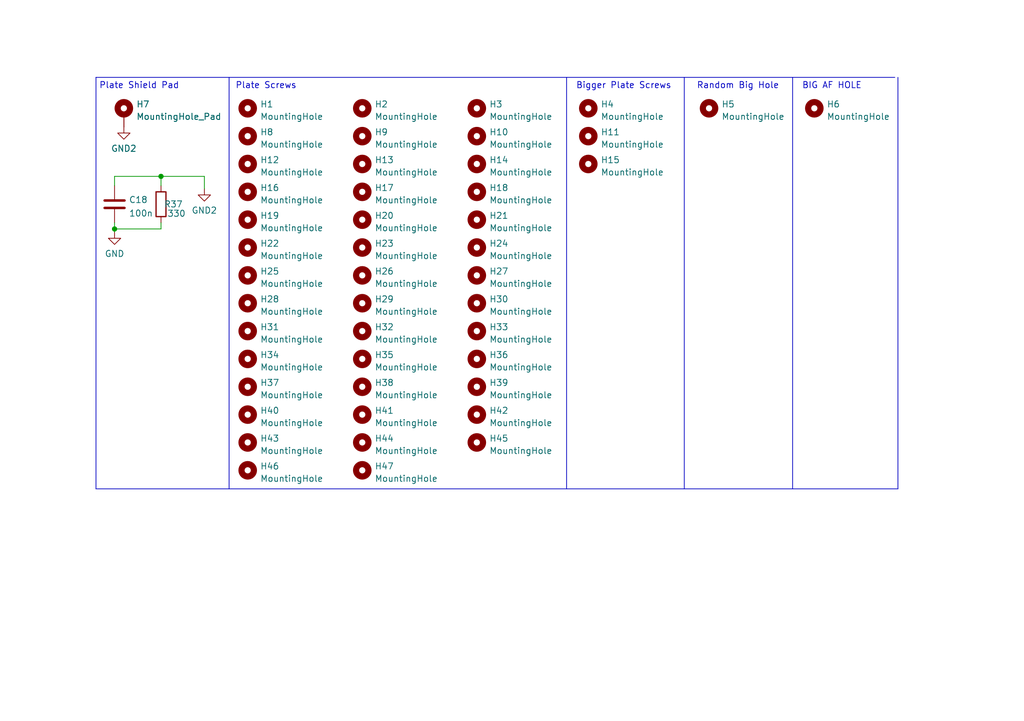
<source format=kicad_sch>
(kicad_sch (version 20231120) (generator "eeschema") (generator_version "8.0")
  (paper "A5")
  (title_block (title "CDS") (date "2023-11-17") (rev "1.0") (company "LU.SV Solutions") (comment 1 "Cipulot PCB Design") (comment 2 "Cipulot") (comment 3 "CC-BY-NC-SA-4.0"))
  (lib_symbols
    (symbol "Device:C" (pin_numbers hide) (pin_names (offset 0.254))
      (property "Reference" "C" (at 0.635 2.54 0))
      (property "Value" "C" (at 0.635 -2.54 0))
      (symbol "C_0_1"
        (polyline (pts (xy -2.032 -0.762) (xy 2.032 -0.762)) (stroke (width 0.508)))
        (polyline (pts (xy -2.032 0.762) (xy 2.032 0.762)) (stroke (width 0.508)))
      )
      (symbol "C_1_1"
        (pin passive line (at 0 3.81 270) (length 2.794) (name "~") (number "1"))
        (pin passive line (at 0 -3.81 90) (length 2.794) (name "~") (number "2"))
      )
    )
    (symbol "Device:R" (pin_numbers hide) (pin_names (offset 0))
      (property "Reference" "R" (at 2.032 0 90))
      (property "Value" "R" (at 0 0 90))
      (symbol "R_0_1"
        (rectangle (start -1.016 -2.54) (end 1.016 2.54) (stroke (width 0.254)))
      )
      (symbol "R_1_1"
        (pin passive line (at 0 3.81 270) (length 1.27) (name "~") (number "1"))
        (pin passive line (at 0 -3.81 90) (length 1.27) (name "~") (number "2"))
      )
    )
    (symbol "Mechanical:MountingHole" (pin_names (offset 1.016))
      (property "Reference" "H" (at 0 5.08 0))
      (property "Value" "MountingHole" (at 0 3.175 0))
      (symbol "MountingHole_0_1"
        (circle (center 0 0) (radius 1.27) (stroke (width 1.27)))
      )
    )
    (symbol "Mechanical:MountingHole_Pad" (pin_numbers hide) (pin_names (offset 1.016) hide)
      (property "Reference" "H" (at 0 6.35 0))
      (property "Value" "MountingHole_Pad" (at 0 4.445 0))
      (symbol "MountingHole_Pad_0_1"
        (circle (center 0 1.27) (radius 1.27) (stroke (width 1.27)))
      )
      (symbol "MountingHole_Pad_1_1"
        (pin input line (at 0 -2.54 90) (length 2.54) (name "1") (number "1"))
      )
    )
    (symbol "power:GND" (power) (pin_names (offset 0))
      (property "Value" "GND" (at 0 -3.81 0))
      (symbol "GND_0_1"
        (polyline (pts (xy 0 0) (xy 0 -1.27) (xy 1.27 -1.27) (xy 0 -2.54) (xy -1.27 -1.27) (xy 0 -1.27)))
      )
      (symbol "GND_1_1"
        (pin power_in line (at 0 0 270) (length 0) hide (name "GND") (number "1"))
      )
    )
    (symbol "power:GND2" (power) (pin_names (offset 0))
      (property "Value" "GND2" (at 0 -3.81 0))
      (symbol "GND2_0_1"
        (polyline (pts (xy 0 0) (xy 0 -1.27) (xy 1.27 -1.27) (xy 0 -2.54) (xy -1.27 -1.27) (xy 0 -1.27)))
      )
      (symbol "GND2_1_1"
        (pin power_in line (at 0 0 270) (length 0) hide (name "GND2") (number "1"))
      )
    )
  )
  (junction (at 33.02 36.195))
  (junction (at 23.495 46.99))
  (polyline (pts (xy 184.15 15.875) (xy 184.15 100.33)))
  (polyline (pts (xy 140.335 15.875) (xy 140.335 100.33)))
  (wire (pts (xy 41.91 38.735) (xy 41.91 36.195)))
  (wire (pts (xy 23.495 45.72) (xy 23.495 46.99)))
  (polyline (pts (xy 162.56 15.875) (xy 162.56 100.33)))
  (polyline (pts (xy 184.15 100.33) (xy 19.685 100.33)))
  (wire (pts (xy 33.02 36.195) (xy 33.02 38.1)))
  (polyline (pts (xy 19.685 100.33) (xy 19.685 15.875)))
  (wire (pts (xy 33.02 36.195) (xy 23.495 36.195)))
  (polyline (pts (xy 116.205 15.875) (xy 116.205 100.33)))
  (polyline (pts (xy 46.99 15.875) (xy 46.99 100.33)))
  (polyline (pts (xy 19.685 15.875) (xy 183.515 15.875)))
  (wire (pts (xy 33.02 45.72) (xy 33.02 46.99)))
  (wire (pts (xy 41.91 36.195) (xy 33.02 36.195)))
  (wire (pts (xy 23.495 46.99) (xy 23.495 47.625)))
  (wire (pts (xy 33.02 46.99) (xy 23.495 46.99)))
  (wire (pts (xy 23.495 36.195) (xy 23.495 38.1)))
  (text "BIG AF HOLE" (at 164.465 18.415 0) (effects (font (size 1.27 1.27)) (justify left bottom)))
  (text "Plate Screws" (at 48.26 18.415 0) (effects (font (size 1.27 1.27)) (justify left bottom)))
  (text "Random Big Hole" (at 142.875 18.415 0) (effects (font (size 1.27 1.27)) (justify left bottom)))
  (text "Plate Shield Pad" (at 20.32 18.415 0) (effects (font (size 1.27 1.27)) (justify left bottom)))
  (text "Bigger Plate Screws" (at 118.11 18.415 0) (effects (font (size 1.27 1.27)) (justify left bottom)))
  (symbol (lib_id "Mechanical:MountingHole") (at 120.65 33.655 0) (unit 1)
    (property "Reference" "H15" (at 123.19 32.8203 0) (effects (justify left)))
    (property "Value" "MountingHole" (at 123.19 35.3572 0) (effects (justify left)))
    (property "Footprint" "MountingHole:MountingHole_3.5mm" (effects (hide yes)))
  )
  (symbol (lib_id "Mechanical:MountingHole") (at 50.8 85.09 0) (unit 1)
    (property "Reference" "H40" (at 53.34 84.2553 0) (effects (justify left)))
    (property "Value" "MountingHole" (at 53.34 86.7922 0) (effects (justify left)))
    (property "Footprint" "cipulot_parts:HOLE_M2_RF" (effects (hide yes)))
  )
  (symbol (lib_id "Mechanical:MountingHole") (at 120.65 22.225 0) (unit 1)
    (property "Reference" "H4" (at 123.19 21.3903 0) (effects (justify left)))
    (property "Value" "MountingHole" (at 123.19 23.9272 0) (effects (justify left)))
    (property "Footprint" "MountingHole:MountingHole_3.5mm" (effects (hide yes)))
  )
  (symbol (lib_id "Mechanical:MountingHole") (at 74.295 79.375 0) (unit 1)
    (property "Reference" "H38" (at 76.835 78.5403 0) (effects (justify left)))
    (property "Value" "MountingHole" (at 76.835 81.0772 0) (effects (justify left)))
    (property "Footprint" "cipulot_parts:HOLE_M2_RF" (effects (hide yes)))
  )
  (symbol (lib_id "Mechanical:MountingHole") (at 97.79 79.375 0) (unit 1)
    (property "Reference" "H39" (at 100.33 78.5403 0) (effects (justify left)))
    (property "Value" "MountingHole" (at 100.33 81.0772 0) (effects (justify left)))
    (property "Footprint" "cipulot_parts:HOLE_M2_RF" (effects (hide yes)))
  )
  (symbol (lib_id "Mechanical:MountingHole") (at 74.295 73.66 0) (unit 1)
    (property "Reference" "H35" (at 76.835 72.8253 0) (effects (justify left)))
    (property "Value" "MountingHole" (at 76.835 75.3622 0) (effects (justify left)))
    (property "Footprint" "cipulot_parts:HOLE_M2_RF" (effects (hide yes)))
  )
  (symbol (lib_id "Mechanical:MountingHole") (at 74.295 62.23 0) (unit 1)
    (property "Reference" "H29" (at 76.835 61.3953 0) (effects (justify left)))
    (property "Value" "MountingHole" (at 76.835 63.9322 0) (effects (justify left)))
    (property "Footprint" "cipulot_parts:HOLE_M2_RF" (effects (hide yes)))
  )
  (symbol (lib_id "Mechanical:MountingHole") (at 50.8 79.375 0) (unit 1)
    (property "Reference" "H37" (at 53.34 78.5403 0) (effects (justify left)))
    (property "Value" "MountingHole" (at 53.34 81.0772 0) (effects (justify left)))
    (property "Footprint" "cipulot_parts:HOLE_M2_RF" (effects (hide yes)))
  )
  (symbol (lib_id "Mechanical:MountingHole") (at 50.8 67.945 0) (unit 1)
    (property "Reference" "H31" (at 53.34 67.1103 0) (effects (justify left)))
    (property "Value" "MountingHole" (at 53.34 69.6472 0) (effects (justify left)))
    (property "Footprint" "cipulot_parts:HOLE_M2_RF" (effects (hide yes)))
  )
  (symbol (lib_id "Mechanical:MountingHole") (at 50.8 56.515 0) (unit 1)
    (property "Reference" "H25" (at 53.34 55.6803 0) (effects (justify left)))
    (property "Value" "MountingHole" (at 53.34 58.2172 0) (effects (justify left)))
    (property "Footprint" "cipulot_parts:HOLE_M2_RF" (effects (hide yes)))
  )
  (symbol (lib_id "Mechanical:MountingHole") (at 74.295 39.37 0) (unit 1)
    (property "Reference" "H17" (at 76.835 38.5353 0) (effects (justify left)))
    (property "Value" "MountingHole" (at 76.835 41.0722 0) (effects (justify left)))
    (property "Footprint" "cipulot_parts:HOLE_M2_RF" (effects (hide yes)))
  )
  (symbol (lib_id "Mechanical:MountingHole") (at 167.005 22.225 0) (unit 1)
    (property "Reference" "H6" (at 169.545 21.3903 0) (effects (justify left)))
    (property "Value" "MountingHole" (at 169.545 23.9272 0) (effects (justify left)))
    (property "Footprint" "MountingHole:MountingHole_6.5mm" (effects (hide yes)))
  )
  (symbol (lib_id "Mechanical:MountingHole_Pad") (at 25.4 23.495 0) (unit 1)
    (property "Reference" "H7" (at 27.94 21.3903 0) (effects (justify left)))
    (property "Value" "MountingHole_Pad" (at 27.94 23.9272 0) (effects (justify left)))
    (property "Footprint" "MountingHole:MountingHole_2.7mm_M2.5_Pad" (effects (hide yes)))
  )
  (symbol (lib_id "Mechanical:MountingHole") (at 50.8 96.52 0) (unit 1)
    (property "Reference" "H46" (at 53.34 95.6853 0) (effects (justify left)))
    (property "Value" "MountingHole" (at 53.34 98.2222 0) (effects (justify left)))
    (property "Footprint" "cipulot_parts:HOLE_M2_RF" (effects (hide yes)))
  )
  (symbol (lib_id "Mechanical:MountingHole") (at 74.295 27.94 0) (unit 1)
    (property "Reference" "H9" (at 76.835 27.1053 0) (effects (justify left)))
    (property "Value" "MountingHole" (at 76.835 29.6422 0) (effects (justify left)))
    (property "Footprint" "cipulot_parts:HOLE_M2_RF" (effects (hide yes)))
  )
  (symbol (lib_id "Mechanical:MountingHole") (at 50.8 90.805 0) (unit 1)
    (property "Reference" "H43" (at 53.34 89.9703 0) (effects (justify left)))
    (property "Value" "MountingHole" (at 53.34 92.5072 0) (effects (justify left)))
    (property "Footprint" "cipulot_parts:HOLE_M2_RF" (effects (hide yes)))
  )
  (symbol (lib_id "Device:R") (at 33.02 41.91 180) (unit 1)
    (property "Reference" "R37" (at 35.56 41.91 0))
    (property "Value" "330" (at 36.195 43.815 0))
    (property "Footprint" "Resistor_SMD:R_0402_1005Metric" (effects (hide yes)))
    (property "LCSC" "C25104" (effects (hide yes)))
  )
  (symbol (lib_id "power:GND2") (at 25.4 26.035 0) (unit 1)
    (property "Reference" "#PWR055" (effects (hide yes)))
    (property "Value" "GND2" (at 25.4 30.4784 0))
  )
  (symbol (lib_id "Mechanical:MountingHole") (at 74.295 56.515 0) (unit 1)
    (property "Reference" "H26" (at 76.835 55.6803 0) (effects (justify left)))
    (property "Value" "MountingHole" (at 76.835 58.2172 0) (effects (justify left)))
    (property "Footprint" "cipulot_parts:HOLE_M2_RF" (effects (hide yes)))
  )
  (symbol (lib_id "Mechanical:MountingHole") (at 97.79 39.37 0) (unit 1)
    (property "Reference" "H18" (at 100.33 38.5353 0) (effects (justify left)))
    (property "Value" "MountingHole" (at 100.33 41.0722 0) (effects (justify left)))
    (property "Footprint" "cipulot_parts:HOLE_M2_RF" (effects (hide yes)))
  )
  (symbol (lib_id "Mechanical:MountingHole") (at 74.295 50.8 0) (unit 1)
    (property "Reference" "H23" (at 76.835 49.9653 0) (effects (justify left)))
    (property "Value" "MountingHole" (at 76.835 52.5022 0) (effects (justify left)))
    (property "Footprint" "cipulot_parts:HOLE_M2_RF" (effects (hide yes)))
  )
  (symbol (lib_id "Mechanical:MountingHole") (at 50.8 33.655 0) (unit 1)
    (property "Reference" "H12" (at 53.34 32.8203 0) (effects (justify left)))
    (property "Value" "MountingHole" (at 53.34 35.3572 0) (effects (justify left)))
    (property "Footprint" "cipulot_parts:HOLE_M2_RF" (effects (hide yes)))
  )
  (symbol (lib_id "Mechanical:MountingHole") (at 50.8 45.085 0) (unit 1)
    (property "Reference" "H19" (at 53.34 44.2503 0) (effects (justify left)))
    (property "Value" "MountingHole" (at 53.34 46.7872 0) (effects (justify left)))
    (property "Footprint" "cipulot_parts:HOLE_M2_RF" (effects (hide yes)))
  )
  (symbol (lib_id "Mechanical:MountingHole") (at 74.295 96.52 0) (unit 1)
    (property "Reference" "H47" (at 76.835 95.6853 0) (effects (justify left)))
    (property "Value" "MountingHole" (at 76.835 98.2222 0) (effects (justify left)))
    (property "Footprint" "cipulot_parts:HOLE_M2_RF" (effects (hide yes)))
  )
  (symbol (lib_id "Mechanical:MountingHole") (at 74.295 90.805 0) (unit 1)
    (property "Reference" "H44" (at 76.835 89.9703 0) (effects (justify left)))
    (property "Value" "MountingHole" (at 76.835 92.5072 0) (effects (justify left)))
    (property "Footprint" "cipulot_parts:HOLE_M2_RF" (effects (hide yes)))
  )
  (symbol (lib_id "Mechanical:MountingHole") (at 97.79 62.23 0) (unit 1)
    (property "Reference" "H30" (at 100.33 61.3953 0) (effects (justify left)))
    (property "Value" "MountingHole" (at 100.33 63.9322 0) (effects (justify left)))
    (property "Footprint" "cipulot_parts:HOLE_M2_RF" (effects (hide yes)))
  )
  (symbol (lib_id "Mechanical:MountingHole") (at 97.79 73.66 0) (unit 1)
    (property "Reference" "H36" (at 100.33 72.8253 0) (effects (justify left)))
    (property "Value" "MountingHole" (at 100.33 75.3622 0) (effects (justify left)))
    (property "Footprint" "cipulot_parts:HOLE_M2_RF" (effects (hide yes)))
  )
  (symbol (lib_id "Mechanical:MountingHole") (at 97.79 50.8 0) (unit 1)
    (property "Reference" "H24" (at 100.33 49.9653 0) (effects (justify left)))
    (property "Value" "MountingHole" (at 100.33 52.5022 0) (effects (justify left)))
    (property "Footprint" "cipulot_parts:HOLE_M2_RF" (effects (hide yes)))
  )
  (symbol (lib_id "Mechanical:MountingHole") (at 97.79 85.09 0) (unit 1)
    (property "Reference" "H42" (at 100.33 84.2553 0) (effects (justify left)))
    (property "Value" "MountingHole" (at 100.33 86.7922 0) (effects (justify left)))
    (property "Footprint" "cipulot_parts:HOLE_M2_RF" (effects (hide yes)))
  )
  (symbol (lib_id "Mechanical:MountingHole") (at 50.8 62.23 0) (unit 1)
    (property "Reference" "H28" (at 53.34 61.3953 0) (effects (justify left)))
    (property "Value" "MountingHole" (at 53.34 63.9322 0) (effects (justify left)))
    (property "Footprint" "cipulot_parts:HOLE_M2_RF" (effects (hide yes)))
  )
  (symbol (lib_id "Mechanical:MountingHole") (at 50.8 39.37 0) (unit 1)
    (property "Reference" "H16" (at 53.34 38.5353 0) (effects (justify left)))
    (property "Value" "MountingHole" (at 53.34 41.0722 0) (effects (justify left)))
    (property "Footprint" "cipulot_parts:HOLE_M2_RF" (effects (hide yes)))
  )
  (symbol (lib_id "Mechanical:MountingHole") (at 145.415 22.225 0) (unit 1)
    (property "Reference" "H5" (at 147.955 21.3903 0) (effects (justify left)))
    (property "Value" "MountingHole" (at 147.955 23.9272 0) (effects (justify left)))
    (property "Footprint" "MountingHole:MountingHole_4mm" (effects (hide yes)))
  )
  (symbol (lib_id "Mechanical:MountingHole") (at 97.79 27.94 0) (unit 1)
    (property "Reference" "H10" (at 100.33 27.1053 0) (effects (justify left)))
    (property "Value" "MountingHole" (at 100.33 29.6422 0) (effects (justify left)))
    (property "Footprint" "cipulot_parts:HOLE_M2_RF" (effects (hide yes)))
  )
  (symbol (lib_id "Mechanical:MountingHole") (at 50.8 50.8 0) (unit 1)
    (property "Reference" "H22" (at 53.34 49.9653 0) (effects (justify left)))
    (property "Value" "MountingHole" (at 53.34 52.5022 0) (effects (justify left)))
    (property "Footprint" "cipulot_parts:HOLE_M2_RF" (effects (hide yes)))
  )
  (symbol (lib_id "Mechanical:MountingHole") (at 74.295 67.945 0) (unit 1)
    (property "Reference" "H32" (at 76.835 67.1103 0) (effects (justify left)))
    (property "Value" "MountingHole" (at 76.835 69.6472 0) (effects (justify left)))
    (property "Footprint" "cipulot_parts:HOLE_M2_RF" (effects (hide yes)))
  )
  (symbol (lib_id "Mechanical:MountingHole") (at 97.79 33.655 0) (unit 1)
    (property "Reference" "H14" (at 100.33 32.8203 0) (effects (justify left)))
    (property "Value" "MountingHole" (at 100.33 35.3572 0) (effects (justify left)))
    (property "Footprint" "cipulot_parts:HOLE_M2_RF" (effects (hide yes)))
  )
  (symbol (lib_id "Mechanical:MountingHole") (at 74.295 22.225 0) (unit 1)
    (property "Reference" "H2" (at 76.835 21.3903 0) (effects (justify left)))
    (property "Value" "MountingHole" (at 76.835 23.9272 0) (effects (justify left)))
    (property "Footprint" "cipulot_parts:HOLE_M2_RF" (effects (hide yes)))
  )
  (symbol (lib_id "Mechanical:MountingHole") (at 97.79 67.945 0) (unit 1)
    (property "Reference" "H33" (at 100.33 67.1103 0) (effects (justify left)))
    (property "Value" "MountingHole" (at 100.33 69.6472 0) (effects (justify left)))
    (property "Footprint" "cipulot_parts:HOLE_M2_RF" (effects (hide yes)))
  )
  (symbol (lib_id "Mechanical:MountingHole") (at 74.295 85.09 0) (unit 1)
    (property "Reference" "H41" (at 76.835 84.2553 0) (effects (justify left)))
    (property "Value" "MountingHole" (at 76.835 86.7922 0) (effects (justify left)))
    (property "Footprint" "cipulot_parts:HOLE_M2_RF" (effects (hide yes)))
  )
  (symbol (lib_id "Mechanical:MountingHole") (at 74.295 45.085 0) (unit 1)
    (property "Reference" "H20" (at 76.835 44.2503 0) (effects (justify left)))
    (property "Value" "MountingHole" (at 76.835 46.7872 0) (effects (justify left)))
    (property "Footprint" "cipulot_parts:HOLE_M2_RF" (effects (hide yes)))
  )
  (symbol (lib_id "power:GND") (at 23.495 47.625 0) (unit 1)
    (property "Reference" "#PWR061" (effects (hide yes)))
    (property "Value" "GND" (at 23.495 52.0684 0))
  )
  (symbol (lib_id "Mechanical:MountingHole") (at 50.8 73.66 0) (unit 1)
    (property "Reference" "H34" (at 53.34 72.8253 0) (effects (justify left)))
    (property "Value" "MountingHole" (at 53.34 75.3622 0) (effects (justify left)))
    (property "Footprint" "cipulot_parts:HOLE_M2_RF" (effects (hide yes)))
  )
  (symbol (lib_id "Mechanical:MountingHole") (at 50.8 27.94 0) (unit 1)
    (property "Reference" "H8" (at 53.34 27.1053 0) (effects (justify left)))
    (property "Value" "MountingHole" (at 53.34 29.6422 0) (effects (justify left)))
    (property "Footprint" "cipulot_parts:HOLE_M2_RF" (effects (hide yes)))
  )
  (symbol (lib_id "Mechanical:MountingHole") (at 74.295 33.655 0) (unit 1)
    (property "Reference" "H13" (at 76.835 32.8203 0) (effects (justify left)))
    (property "Value" "MountingHole" (at 76.835 35.3572 0) (effects (justify left)))
    (property "Footprint" "cipulot_parts:HOLE_M2_RF" (effects (hide yes)))
  )
  (symbol (lib_id "Mechanical:MountingHole") (at 97.79 90.805 0) (unit 1)
    (property "Reference" "H45" (at 100.33 89.9703 0) (effects (justify left)))
    (property "Value" "MountingHole" (at 100.33 92.5072 0) (effects (justify left)))
    (property "Footprint" "cipulot_parts:HOLE_M2_RF" (effects (hide yes)))
  )
  (symbol (lib_id "Mechanical:MountingHole") (at 97.79 56.515 0) (unit 1)
    (property "Reference" "H27" (at 100.33 55.6803 0) (effects (justify left)))
    (property "Value" "MountingHole" (at 100.33 58.2172 0) (effects (justify left)))
    (property "Footprint" "cipulot_parts:HOLE_M2_RF" (effects (hide yes)))
  )
  (symbol (lib_id "Mechanical:MountingHole") (at 97.79 45.085 0) (unit 1)
    (property "Reference" "H21" (at 100.33 44.2503 0) (effects (justify left)))
    (property "Value" "MountingHole" (at 100.33 46.7872 0) (effects (justify left)))
    (property "Footprint" "cipulot_parts:HOLE_M2_RF" (effects (hide yes)))
  )
  (symbol (lib_id "Device:C") (at 23.495 41.91 0) (unit 1)
    (property "Reference" "C18" (at 26.416 41.0015 0) (effects (justify left)))
    (property "Value" "100n" (at 26.416 43.7766 0) (effects (justify left)))
    (property "Footprint" "Capacitor_SMD:C_0402_1005Metric" (effects (hide yes)))
    (property "LCSC" "C307331" (effects (hide yes)))
  )
  (symbol (lib_id "Mechanical:MountingHole") (at 120.65 27.94 0) (unit 1)
    (property "Reference" "H11" (at 123.19 27.1053 0) (effects (justify left)))
    (property "Value" "MountingHole" (at 123.19 29.6422 0) (effects (justify left)))
    (property "Footprint" "MountingHole:MountingHole_3.5mm" (effects (hide yes)))
  )
  (symbol (lib_id "power:GND2") (at 41.91 38.735 0) (unit 1)
    (property "Reference" "#PWR060" (effects (hide yes)))
    (property "Value" "GND2" (at 41.91 43.1784 0))
  )
  (symbol (lib_id "Mechanical:MountingHole") (at 50.8 22.225 0) (unit 1)
    (property "Reference" "H1" (at 53.34 21.3903 0) (effects (justify left)))
    (property "Value" "MountingHole" (at 53.34 23.9272 0) (effects (justify left)))
    (property "Footprint" "cipulot_parts:HOLE_M2_RF" (effects (hide yes)))
  )
  (symbol (lib_id "Mechanical:MountingHole") (at 97.79 22.225 0) (unit 1)
    (property "Reference" "H3" (at 100.33 21.3903 0) (effects (justify left)))
    (property "Value" "MountingHole" (at 100.33 23.9272 0) (effects (justify left)))
    (property "Footprint" "cipulot_parts:HOLE_M2_RF" (effects (hide yes)))
  )
)
</source>
